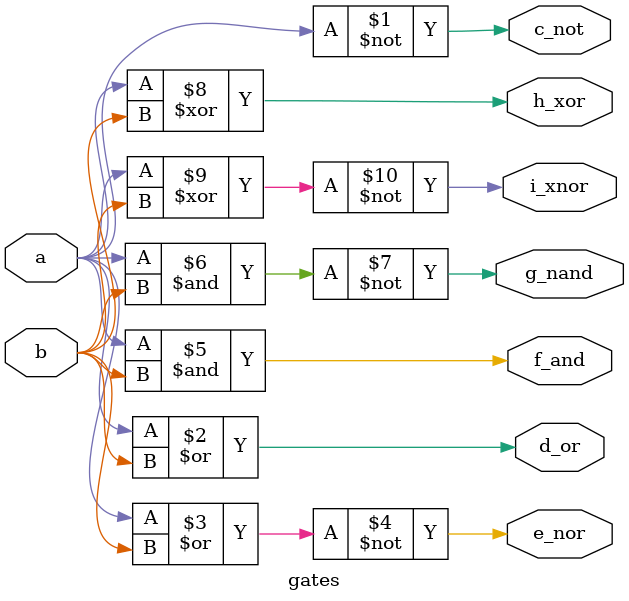
<source format=v>
module gates(a,b,c_not,d_or,e_nor,f_and,g_nand,h_xor,i_xnor);

input a,b;
output c_not,d_or,e_nor,f_and,g_nand,h_xor,i_xnor;

assign c_not=~a;
assign d_or=a|b;
assign e_nor=~(a|b);
assign f_and=a&b;
assign g_nand=~(a&b);
assign h_xor=a^b;
assign i_xnor=~(a^b);

endmodule
</source>
